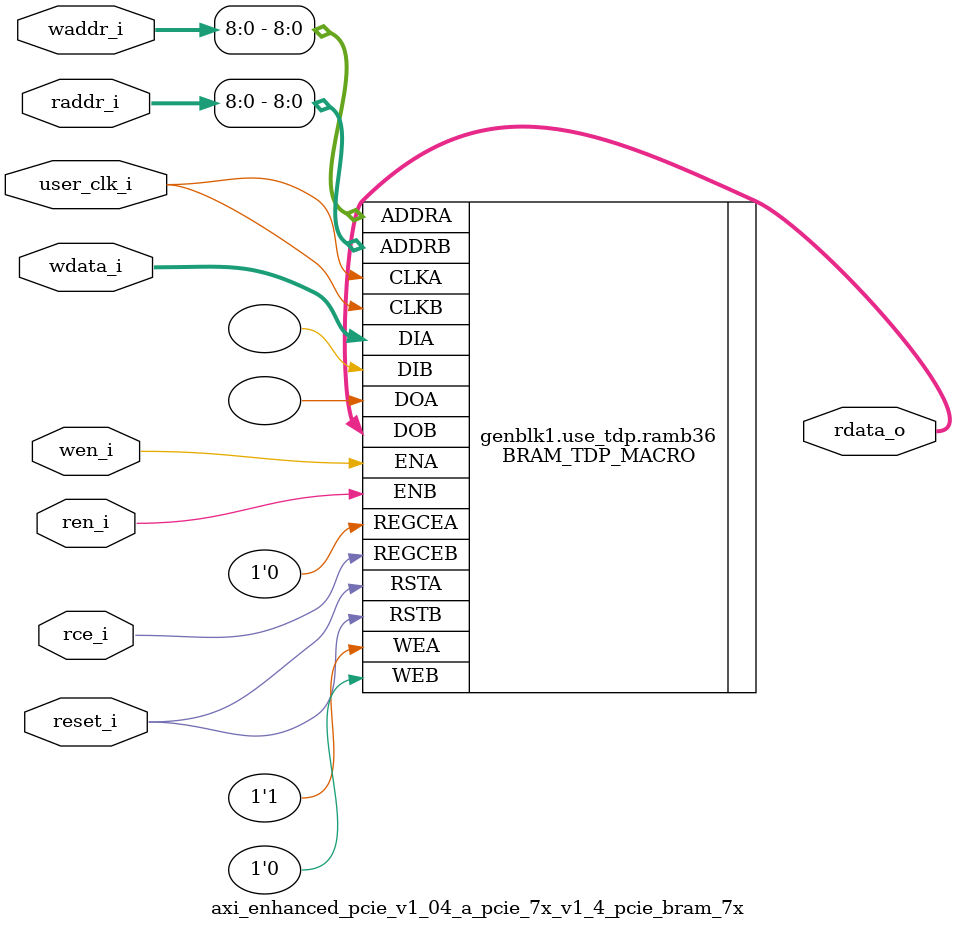
<source format=v>

`timescale 1ps/1ps

module axi_enhanced_pcie_v1_04_a_pcie_7x_v1_4_pcie_bram_7x
  #(
    parameter [3:0]  LINK_CAP_MAX_LINK_SPEED = 4'h1,        // PCIe Link Speed : 1 - 2.5 GT/s; 2 - 5.0 GT/s
    parameter [5:0]  LINK_CAP_MAX_LINK_WIDTH = 6'h08,       // PCIe Link Width : 1 / 2 / 4 / 8
    parameter IMPL_TARGET = "HARD",                         // the implementation target : HARD, SOFT
    parameter DOB_REG = 0,                                  // 1 - use the output register;
                                                            // 0 - don't use the output register
    parameter WIDTH = 0                                     // supported WIDTH's : 4, 9, 18, 36 - uses RAMB36
                                                            //                     72 - uses RAMB36SDP
    )
    (
     input               user_clk_i,// user clock
     input               reset_i,   // bram reset

     input               wen_i,     // write enable
     input [12:0]        waddr_i,   // write address
     input [WIDTH - 1:0] wdata_i,   // write data

     input               ren_i,     // read enable
     input               rce_i,     // output register clock enable
     input [12:0]        raddr_i,   // read address

     output [WIDTH - 1:0] rdata_o   // read data
     );

   // map the address bits
   localparam ADDR_MSB = ((WIDTH == 4)  ? 12 :
                          (WIDTH == 9)  ? 11 :
                          (WIDTH == 18) ? 10 :
                          (WIDTH == 36) ?  9 :
                                           8
                          );

   // set the width of the tied off low address bits
   localparam ADDR_LO_BITS = ((WIDTH == 4)  ? 2 :
                              (WIDTH == 9)  ? 3 :
                              (WIDTH == 18) ? 4 :
                              (WIDTH == 36) ? 5 :
                                              0 // for WIDTH 72 use RAMB36SDP
                              );

   // map the data bits
   localparam D_MSB =  ((WIDTH == 4)  ?  3 :
                        (WIDTH == 9)  ?  7 :
                        (WIDTH == 18) ? 15 :
                        (WIDTH == 36) ? 31 :
                                        63
                        );

   // map the data parity bits
   localparam DP_LSB =  D_MSB + 1;

   localparam DP_MSB =  ((WIDTH == 4)  ? 4 :
                         (WIDTH == 9)  ? 8 :
                         (WIDTH == 18) ? 17 :
                         (WIDTH == 36) ? 35 :
                                         71
                        );

   localparam DPW = DP_MSB - DP_LSB + 1;
   localparam WRITE_MODE = ((LINK_CAP_MAX_LINK_SPEED == 4'h2) && (LINK_CAP_MAX_LINK_WIDTH == 6'h08)) ?
                                    "WRITE_FIRST" : "NO_CHANGE";

   localparam DEVICE = (IMPL_TARGET == "HARD") ? "7SERIES" : "VIRTEX6";
   localparam BRAM_SIZE = "36Kb";

   localparam WE_WIDTH =(DEVICE == "VIRTEX5" || DEVICE == "VIRTEX6" || DEVICE == "7SERIES") ?
                            ((WIDTH <= 9) ? 1 :
                             (WIDTH > 9 && WIDTH <= 18) ? 2 :
                             (WIDTH > 18 && WIDTH <= 36) ? 4 :
                             (WIDTH > 36 && WIDTH <= 72) ? 8 :
                             (BRAM_SIZE == "18Kb") ? 4 : 8 ) : 8;

   //synthesis translate_off
   initial begin
      //$display("[%t] %m DOB_REG %0d WIDTH %0d ADDR_MSB %0d ADDR_LO_BITS %0d DP_MSB %0d DP_LSB %0d D_MSB %0d",
      //          $time, DOB_REG,   WIDTH,    ADDR_MSB,    ADDR_LO_BITS,    DP_MSB,    DP_LSB,    D_MSB);

      case (WIDTH)
        4,9,18,36,72:;
        default:
          begin
             $display("[%t] %m Error WIDTH %0d not supported", $time, WIDTH);
             $finish;
          end
      endcase // case (WIDTH)
   end
   //synthesis translate_on

   generate
   if ((LINK_CAP_MAX_LINK_WIDTH == 6'h08 && LINK_CAP_MAX_LINK_SPEED == 4'h2) || (WIDTH == 72)) begin : use_sdp
        BRAM_SDP_MACRO #(
               .DEVICE        (DEVICE),
               .BRAM_SIZE     (BRAM_SIZE),
               .DO_REG        (DOB_REG),
               .READ_WIDTH    (WIDTH),
               .WRITE_WIDTH   (WIDTH),
               .WRITE_MODE    (WRITE_MODE)
               )
        ramb36sdp(
               .DO             (rdata_o[WIDTH-1:0]),
               .DI             (wdata_i[WIDTH-1:0]),
               .RDADDR         (raddr_i[ADDR_MSB:0]),
               .RDCLK          (user_clk_i),
               .RDEN           (ren_i),
               .REGCE          (rce_i),
               .RST            (reset_i),
               .WE             ({WE_WIDTH{1'b1}}),
               .WRADDR         (waddr_i[ADDR_MSB:0]),
               .WRCLK          (user_clk_i),
               .WREN           (wen_i)
               );

    end  // block: use_sdp
    else if (WIDTH <= 36) begin : use_tdp
    // use RAMB36's if the width is 4, 9, 18, or 36
        BRAM_TDP_MACRO #(
               .DEVICE        (DEVICE),
               .BRAM_SIZE     (BRAM_SIZE),
               .DOA_REG       (0),
               .DOB_REG       (DOB_REG),
               .READ_WIDTH_A  (WIDTH),
               .READ_WIDTH_B  (WIDTH),
               .WRITE_WIDTH_A (WIDTH),
               .WRITE_WIDTH_B (WIDTH),
               .WRITE_MODE_A  (WRITE_MODE)
               )
        ramb36(
               .DOA            (),
               .DOB            (rdata_o[WIDTH-1:0]),
               .ADDRA          (waddr_i[ADDR_MSB:0]),
               .ADDRB          (raddr_i[ADDR_MSB:0]),
               .CLKA           (user_clk_i),
               .CLKB           (user_clk_i),
               .DIA            (wdata_i[WIDTH-1:0]),
               .DIB            ({WIDTH{1'b0}}),
               .ENA            (wen_i),
               .ENB            (ren_i),
               .REGCEA         (1'b0),
               .REGCEB         (rce_i),
               .RSTA           (reset_i),
               .RSTB           (reset_i),
               .WEA            ({WE_WIDTH{1'b1}}),
               .WEB            ({WE_WIDTH{1'b0}})
               );
   end // block: use_tdp
   endgenerate

endmodule // pcie_bram_7x

</source>
